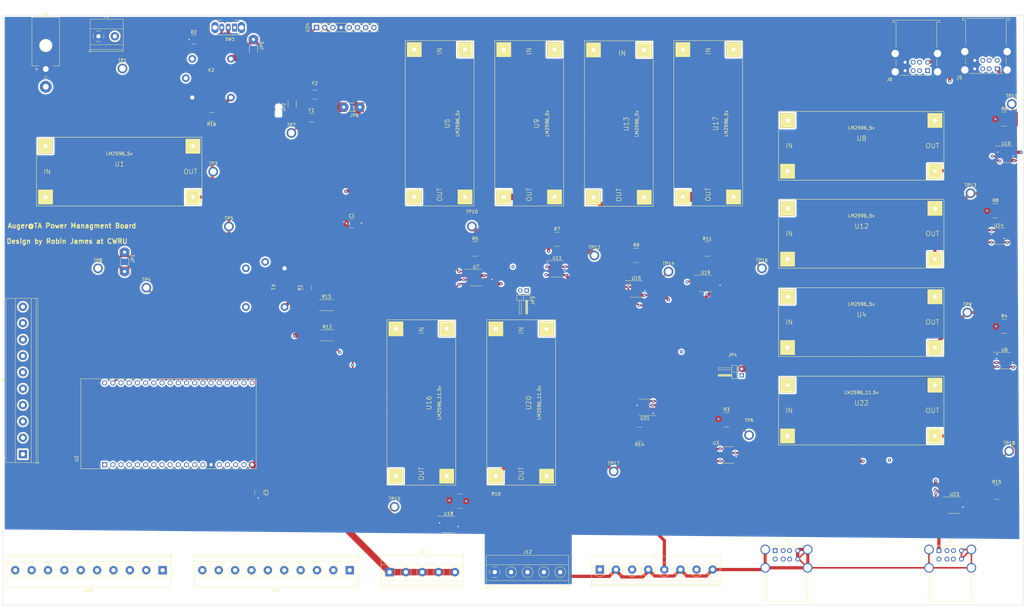
<source format=kicad_pcb>
(kicad_pcb (version 20211014) (generator pcbnew)
  (layers (0 "F.Cu" signal) (1 "In1.Cu" signal) (2 "In2.Cu" signal) (31 "B.Cu" signal) (34 "B.Paste" user) (35 "F.Paste" user) (36 "B.SilkS" user "B.Silkscreen") (37 "F.SilkS" user "F.Silkscreen") (38 "B.Mask" user) (39 "F.Mask" user) (44 "Edge.Cuts" user))
  (net 0 "")
  (net 1 "/power_conversion/pi 5v")
  (net 2 "-BATT")
  (net 3 "Net-(C2-Pad1)")
  (net 4 "Net-(F1-Pad1)")
  (net 5 "Net-(F1-Pad2)")
  (net 6 "/power_conversion/battery+")
  (net 7 "+BATT")
  (net 8 "/power_conversion/N4")
  (net 11 "/power_conversion/N3")
  (net 14 "/power_conversion/N1")
  (net 17 "/power_conversion/N2")
  (net 20 "/power_conversion/netpw")
  (net 23 "/power_conversion/pi3")
  (net 26 "/power_conversion/pi2")
  (net 29 "/power_conversion/pi1")
  (net 33 "/power_conversion/routerp")
  (net 34 "/power_conversion/spare1")
  (net 35 "/power_conversion/spare2")
  (net 36 "Net-(J8-Pad1)")
  (net 37 "Net-(J8-Pad2)")
  (net 38 "Net-(J8-Pad3)")
  (net 39 "Net-(J8-Pad4)")
  (net 40 "Net-(J8-Pad5)")
  (net 41 "Net-(J8-Pad6)")
  (net 42 "Net-(J8-Pad7)")
  (net 43 "Net-(J8-Pad8)")
  (net 44 "Net-(J8-Pad9)")
  (net 45 "Net-(J8-Pad10)")
  (net 46 "Net-(J10-Pad1)")
  (net 47 "Net-(J10-Pad2)")
  (net 48 "Net-(J10-Pad3)")
  (net 49 "Net-(J10-Pad4)")
  (net 50 "Net-(J10-Pad5)")
  (net 51 "Net-(J10-Pad6)")
  (net 52 "Net-(J10-Pad7)")
  (net 53 "Net-(J10-Pad8)")
  (net 54 "Net-(J10-Pad9)")
  (net 55 "Net-(J11-Pad1)")
  (net 56 "Net-(J11-Pad2)")
  (net 57 "Net-(J11-Pad3)")
  (net 58 "Net-(J11-Pad4)")
  (net 59 "Net-(J11-Pad5)")
  (net 60 "Net-(J11-Pad6)")
  (net 61 "Net-(J11-Pad7)")
  (net 62 "Net-(J11-Pad8)")
  (net 63 "Net-(J11-Pad9)")
  (net 64 "Net-(J11-Pad10)")
  (net 65 "Net-(JP3-Pad1)")
  (net 66 "Net-(JP4-Pad1)")
  (net 67 "Net-(K1-Pad6)")
  (net 68 "Net-(R4-Pad2)")
  (net 69 "Net-(R5-Pad2)")
  (net 70 "Net-(R6-Pad2)")
  (net 71 "Net-(R7-Pad2)")
  (net 72 "Net-(R8-Pad2)")
  (net 73 "Net-(R9-Pad2)")
  (net 74 "Net-(R10-Pad2)")
  (net 75 "Net-(R11-Pad2)")
  (net 76 "/power_conversion/SCL")
  (net 77 "/power_conversion/SDA")
  (net 78 "Net-(R14-Pad2)")
  (net 79 "Net-(R15-Pad2)")
  (net 87 "Net-(K1-Pad14)")
  (net 88 "Net-(SW1-Pad1)")
  (net 89 "Net-(JP5-Pad2)")
  (net 90 "Net-(SW1-Pad3)")
  (net 91 "Net-(K2-Pad1)")
  (footprint "Package_SO:SOIC-8_3.9x4.9mm_P1.27mm" (layer "F.Cu") (at 355.229026 108.03)
    (fp_text reference "U14")
    (fp_text value "INA219AxD")
  )
  (footprint "TerminalBlock_Phoenix:TerminalBlock_Phoenix_MKDS-1,5-10-5.08_1x10_P5.08mm_Horizontal" (layer "F.Cu") (at 95.805026 211.651 180)
    (fp_text reference "J10")
    (fp_text value "Screw_Terminal_01x10")
  )
  (footprint "TestPoint:TestPoint_Plated_Hole_D2.0mm" (layer "F.Cu") (at 277.757026 169.75)
    (fp_text reference "TP6")
    (fp_text value "TestPoint")
  )
  (footprint "cit:JUMPER_5102TR" (layer "F.Cu") (at 124 50 -90)
    (fp_text reference "JP5")
    (fp_text value "Jumper_2_Open")
  )
  (footprint "Connector_Molex:Molex_Mega-Fit_76825-0002_2x01_P5.70mm_Horizontal" (layer "F.Cu") (at 59.557026 56.175)
    (fp_text reference "J2")
    (fp_text value "76825-0002")
  )
  (footprint "lm2596:DC_DC_LM2596_small" (layer "F.Cu") (at 312.557026 80)
    (fp_text reference "U8")
    (fp_text value "LM2596_5v")
  )
  (footprint "TerminalBlock_Phoenix:TerminalBlock_Phoenix_MKDS-1,5-5-5.08_1x05_P5.08mm_Horizontal" (layer "F.Cu") (at 166.196026 212.261)
    (fp_text reference "J9")
    (fp_text value "5v block")
  )
  (footprint "Resistor_SMD:R_2816_7142Metric_Pad3.20x4.45mm_HandSolder" (layer "F.Cu") (at 354.565026 187.456)
    (fp_text reference "R15")
    (fp_text value "0.1")
  )
  (footprint "TestPoint:TestPoint_Plated_Hole_D2.0mm" (layer "F.Cu") (at 345.465026 131.706)
    (fp_text reference "TP9")
    (fp_text value "TestPoint")
  )
  (footprint "Resistor_SMD:R_2816_7142Metric_Pad3.20x4.45mm_HandSolder" (layer "F.Cu") (at 270.757026 165)
    (fp_text reference "R3")
    (fp_text value "0.1")
  )
  (footprint "Package_SO:SOIC-8_3.9x4.9mm_P1.27mm" (layer "F.Cu") (at 271.071026 175.922)
    (fp_text reference "U3")
    (fp_text value "INA219AxD")
  )
  (footprint "cit:Relay_J107F" (layer "F.Cu") (at 133.631026 118 -90)
    (fp_text reference "K1")
    (fp_text value "J107F1CS203VDC.80")
  )
  (footprint "lm2596:DC_DC_LM2596_small" (layer "F.Cu") (at 209.527692 73 -90)
    (fp_text reference "U9")
    (fp_text value "LM2596_5v")
  )
  (footprint "TestPoint:TestPoint_Plated_Hole_D2.0mm" (layer "F.Cu") (at 229.757026 114)
    (fp_text reference "TP12")
    (fp_text value "TestPoint")
  )
  (footprint "lm2596:DC_DC_LM2596_small" (layer "F.Cu") (at 312.557026 107.268)
    (fp_text reference "U12")
    (fp_text value "LM2596_5v")
  )
  (footprint "Resistor_SMD:R_2816_7142Metric_Pad3.20x4.45mm_HandSolder" (layer "F.Cu") (at 218.157026 109)
    (fp_text reference "R7")
    (fp_text value "0.1")
  )
  (footprint "Capacitor_SMD:C_1210_3225Metric_Pad1.33x2.70mm_HandSolder" (layer "F.Cu") (at 154.479026 104.006)
    (fp_text reference "C1")
    (fp_text value "0.1uF")
  )
  (footprint "Resistor_SMD:R_1210_3225Metric_Pad1.30x2.65mm_HandSolder" (layer "F.Cu") (at 140.631026 124 90)
    (fp_text reference "R1")
    (fp_text value "10k")
  )
  (footprint "lm2596:DC_DC_LM2596_small" (layer "F.Cu") (at 312.557026 134.7)
    (fp_text reference "U4")
    (fp_text value "LM2596_5v")
  )
  (footprint "TestPoint:TestPoint_Plated_Hole_D2.0mm" (layer "F.Cu") (at 135.757026 76)
    (fp_text reference "TP7")
    (fp_text value "TestPoint")
  )
  (footprint "TestPoint:TestPoint_Plated_Hole_D2.0mm" (layer "F.Cu") (at 111.5 88)
    (fp_text reference "TP3")
    (fp_text value "TestPoint")
  )
  (footprint "Resistor_SMD:R_2816_7142Metric_Pad3.20x4.45mm_HandSolder" (layer "F.Cu") (at 192.757026 112)
    (fp_text reference "R5")
    (fp_text value "0.1")
  )
  (footprint "TestPoint:TestPoint_Plated_Hole_D2.0mm" (layer "F.Cu") (at 116.379026 105.022)
    (fp_text reference "TP5")
    (fp_text value "TestPoint")
  )
  (footprint "Resistor_SMD:R_1210_3225Metric_Pad1.30x2.65mm_HandSolder" (layer "F.Cu") (at 105.45 47)
    (fp_text reference "R2")
    (fp_text value "10k")
  )
  (footprint "lm2596:DC_DC_LM2596_small" (layer "F.Cu") (at 181.757026 73 -90)
    (fp_text reference "U5")
    (fp_text value "LM2596_5v")
  )
  (footprint "TestPoint:TestPoint_Plated_Hole_D2.0mm" (layer "F.Cu") (at 281.757026 118)
    (fp_text reference "TP16")
    (fp_text value "TestPoint")
  )
  (footprint "Resistor_SMD:R_2816_7142Metric_Pad3.20x4.45mm_HandSolder" (layer "F.Cu") (at 356.947026 71.708)
    (fp_text reference "R6")
    (fp_text value "0.1")
  )
  (footprint "lm2596:DC_DC_LM2596_small" (layer "F.Cu") (at 207.057026 159.632 -90)
    (fp_text reference "U20")
    (fp_text value "LM2596_11.5v")
  )
  (footprint "Package_SO:SOIC-8_3.9x4.9mm_P1.27mm" (layer "F.Cu") (at 357.515026 82.63)
    (fp_text reference "U10")
    (fp_text value "INA219AxD")
  )
  (footprint "cit:JUMPER_5102TR" (layer "F.Cu") (at 154.3125 68 180)
    (fp_text reference "JP6")
    (fp_text value "Jumper_2_Open")
  )
  (footprint "TestPoint:TestPoint_Plated_Hole_D2.0mm" (layer "F.Cu") (at 167.757026 192)
    (fp_text reference "TP15")
    (fp_text value "TestPoint")
  )
  (footprint "TestPoint:TestPoint_Plated_Hole_D2.0mm" (layer "F.Cu") (at 83.359026 56)
    (fp_text reference "TP1")
    (fp_text value "TestPoint")
  )
  (footprint "lm2596:DC_DC_LM2596_small" (layer "F.Cu") (at 237.357026 73.1 -90)
    (fp_text reference "U13")
    (fp_text value "LM2596_5v")
  )
  (footprint "Package_SO:SOIC-8_3.9x4.9mm_P1.27mm" (layer "F.Cu") (at 242.757026 124.414)
    (fp_text reference "U15")
    (fp_text value "INA219AxD")
  )
  (footprint "cit:Relay_J107F" (layer "F.Cu") (at 105 53)
    (fp_text reference "K2")
    (fp_text value "J107F1CS203VDC.80")
  )
  (footprint "TerminalBlock_Phoenix:TerminalBlock_Phoenix_MKDS-1,5-10-5.08_1x10_P5.08mm_Horizontal" (layer "F.Cu") (at 52.462026 175.66 90)
    (fp_text reference "J8")
    (fp_text value "Screw_Terminal_01x10")
  )
  (footprint "Package_SO:SOIC-8_3.9x4.9mm_P1.27mm" (layer "F.Cu") (at 193.071026 120.89)
    (fp_text reference "U7")
    (fp_text value "INA219AxD")
  )
  (footprint "TerminalBlock_Phoenix:TerminalBlock_Phoenix_MKDS-1,5-2-5.08_1x02_P5.08mm_Horizontal" (layer "F.Cu") (at 75.912026 46.005)
    (fp_text reference "J1")
    (fp_text value "Screw_Terminal_01x02")
  )
  (footprint "TestPoint:TestPoint_Plated_Hole_D2.0mm" (layer "F.Cu") (at 235.757026 181)
    (fp_text reference "TP17")
    (fp_text value "TestPoint")
  )
  (footprint "Resistor_SMD:R_2816_7142Metric_Pad3.20x4.45mm_HandSolder" (layer "F.Cu") (at 356.947026 135.97)
    (fp_text reference "R4")
    (fp_text value "0.1")
  )
  (footprint "TestPoint:TestPoint_Plated_Hole_D2.0mm" (layer "F.Cu") (at 346.465026 94.706)
    (fp_text reference "TP13")
    (fp_text value "TestPoint")
  )
  (footprint "Resistor_SMD:R_2816_7142Metric_Pad3.20x4.45mm_HandSolder" (layer "F.Cu") (at 188.007026 190.25 180)
    (fp_text reference "R10")
    (fp_text value "0.1")
  )
  (footprint "Capacitor_SMD:C_1210_3225Metric_Pad1.33x2.70mm_HandSolder" (layer "F.Cu") (at 125.757026 187.5625 -90)
    (fp_text reference "C2")
    (fp_text value "0.1")
  )
  (footprint "Connector_USB:USB_A_Wuerth_61400826021_Horizontal_Stacked" (layer "F.Cu") (at 333.157026 56.68 180)
    (fp_text reference "J6")
    (fp_text value "USB_A_Stacked")
  )
  (footprint "Connector_PinHeader_2.00mm:PinHeader_1x02_P2.00mm_Horizontal" (layer "F.Cu") (at 208.757026 124.9 -90)
    (fp_text reference "JP3")
    (fp_text value "Jumper_2_Open")
  )
  (footprint "lm2596:DC_DC_LM2596_small" (layer "F.Cu") (at 265.069026 73 -90)
    (fp_text reference "U17")
    (fp_text value "LM2596_5v")
  )
  (footprint "Package_SO:SOIC-8_3.9x4.9mm_P1.27mm" (layer "F.Cu") (at 184.507026 197.5)
    (fp_text reference "U18")
    (fp_text value "INA219AxD")
  )
  (footprint "Resistor_SMD:R_2512_6332Metric_Pad1.40x3.35mm_HandSolder" (layer "F.Cu") (at 146.603026 129.406)
    (fp_text reference "R13")
    (fp_text value "3.3K")
  )
  (footprint "Connector_USB:USB_A_Wuerth_61400826021_Horizontal_Stacked" (layer "F.Cu") (at 336.653026 205.584)
    (fp_text reference "J3")
    (fp_text value "USB_A_Stacked")
  )
  (footprint "Resistor_SMD:R_2816_7142Metric_Pad3.20x4.45mm_HandSolder" (layer "F.Cu") (at 354.213026 100.156)
    (fp_text reference "R8")
    (fp_text value "0.1")
  )
  (footprint "Package_SO:SOIC-8_3.9x4.9mm_P1.27mm" (layer "F.Cu") (at 264.249026 122.668)
    (fp_text reference "U19")
    (fp_text value "INA219AxD")
  )
  (footprint "Resistor_SMD:R_2816_7142Metric_Pad3.20x4.45mm_HandSolder" (layer "F.Cu") (at 243.757026 169.5 180)
    (fp_text reference "R14")
    (fp_text value "0.1")
  )
  (footprint "Package_SO:SOIC-8_3.9x4.9mm_P1.27mm" (layer "F.Cu") (at 357.007026 146.638)
    (fp_text reference "U6")
    (fp_text value "INA219AxD")
  )
  (footprint "Connector_USB:USB_A_Wuerth_61400826021_Horizontal_Stacked" (layer "F.Cu") (at 354.757026 56.098 180)
    (fp_text reference "J5")
    (fp_text value "USB_A_Stacked")
  )
  (footprint "Button_Switch_THT:SW_CuK_OS102011MA1QN1_SPDT_Angled" (layer "F.Cu") (at 118.157026 43.3 180)
    (fp_text reference "SW1")
    (fp_text value "SW_SPDT")
  )
  (footprint "TestPoint:TestPoint_Plated_Hole_D2.0mm" (layer "F.Cu") (at 358.465026 174.706)
    (fp_text reference "TP18")
    (fp_text value "TestPoint")
  )
  (footprint "Connector_PinHeader_2.00mm:PinHeader_1x02_P2.00mm_Horizontal" (layer "F.Cu") (at 275.457026 151.2 180)
    (fp_text reference "JP4")
    (fp_text value "Jumper_2_Open")
  )
  (footprint "Resistor_SMD:R_2512_6332Metric_Pad1.40x3.35mm_HandSolder" (layer "F.Cu") (at 146.859026 138.804)
    (fp_text reference "R12")
    (fp_text value "3.3K")
  )
  (footprint "Package_SO:SOIC-8_3.9x4.9mm_P1.27mm" (layer "F.Cu") (at 218.217026 118.144)
    (fp_text reference "U11")
    (fp_text value "INA219AxD")
  )
  (footprint "Connector_PinSocket_2.54mm:PinSocket_1x08_P2.54mm_Vertical" (layer "F.Cu") (at 143.557026 43.3 90)
    (fp_text reference "U24")
    (fp_text value "MCP9808_MSOP")
  )
  (footprint "TerminalBlock_Phoenix:TerminalBlock_Phoenix_MKDS-1,5-5-5.08_1x05_P5.08mm_Horizontal" (layer "F.Cu") (at 198.851526 212.261)
    (fp_text reference "J12")
    (fp_text value "gnd block")
  )
  (footprint "Resistor_SMD:R_1210_3225Metric_Pad1.30x2.65mm_HandSolder" (layer "F.Cu") (at 111 71 180)
    (fp_text reference "R16")
    (fp_text value "10k")
  )
  (footprint "Resistor_SMD:R_1210_3225Metric_Pad1.30x2.65mm_HandSolder" (layer "F.Cu") (at 142.033026 71.24)
    (fp_text reference "F1")
    (fp_text value "1210L900SLPR")
  )
  (footprint "libary:MODULE_ESP32-DEVKITC-32D" (layer "F.Cu") (at 97.583026 166.236 90)
    (fp_text reference "U2")
    (fp_text value "ESP32-DEVKITC-32D")
  )
  (footprint "Resistor_SMD:R_2816_7142Metric_Pad3.20x4.45mm_HandSolder" (layer "F.Cu") (at 242.757026 114)
    (fp_text reference "R9")
    (fp_text value "0.1")
  )
  (footprint "Resistor_SMD:R_1210_3225Metric_Pad1.30x2.65mm_HandSolder" (layer "F.Cu") (at 143.049026 64.128)
    (fp_text reference "F2")
    (fp_text value "1210L900SLPR")
  )
  (footprint "cit:JUMPER_5102TR" (layer "F.Cu") (at 136 67 90)
    (fp_text reference "JP2")
    (fp_text value "Jumper_2_Open")
  )
  (footprint "Package_SO:SOIC-8_3.9x4.9mm_P1.27mm" (layer "F.Cu") (at 245.475026 161.118 180)
    (fp_text reference "U21")
    (fp_text value "INA219AxD")
  )
  (footprint "lm2596:DC_DC_LM2596_small" (layer "F.Cu") (at 312.557026 162.132)
    (fp_text reference "U22")
    (fp_text value "LM2596_11.5v")
  )
  (footprint "TestPoint:TestPoint_Plated_Hole_D2.0mm" (layer "F.Cu") (at 191.757026 105)
    (fp_text reference "TP10")
    (fp_text value "TestPoint")
  )
  (footprint "Connector_USB:USB_A_Wuerth_61400826021_Horizontal_Stacked" (layer "F.Cu") (at 285.853026 205.584)
    (fp_text reference "J4")
    (fp_text value "USB_A_Stacked")
  )
  (footprint "Resistor_SMD:R_2816_7142Metric_Pad3.20x4.45mm_HandSolder" (layer "F.Cu") (at 264.757026 112)
    (fp_text reference "R11")
    (fp_text value "0.1")
  )
  (footprint "TerminalBlock_Phoenix:TerminalBlock_Phoenix_MKDS-1,5-10-5.08_1x10_P5.08mm_Horizontal" (layer "F.Cu") (at 153.860526 211.651 180)
    (fp_text reference "J11")
    (fp_text value "Screw_Terminal_01x10")
  )
  (footprint "lm2596:DC_DC_LM2596_small" (layer "F.Cu") (at 176.069026 159.632 -90)
    (fp_text reference "U16")
    (fp_text value "LM2596_11.5v")
  )
  (footprint "TestPoint:TestPoint_Plated_Hole_D2.0mm" (layer "F.Cu") (at 75.757026 118)
    (fp_text reference "TP8")
    (fp_text value "TestPoint")
  )
  (footprint "cit:JUMPER_5102TR" (layer "F.Cu") (at 84 116 -90)
    (fp_text reference "JP1")
    (fp_text value "Jumper_2_Open")
  )
  (footprint "lm2596:DC_DC_LM2596_small" (layer "F.Cu") (at 82.343026 88.004)
    (fp_text reference "U1")
    (fp_text value "LM2596_5v")
  )
  (footprint "TestPoint:TestPoint_Plated_Hole_D2.0mm" (layer "F.Cu") (at 252.757026 119)
    (fp_text reference "TP14")
    (fp_text value "TestPoint")
  )
  (footprint "TestPoint:TestPoint_Plated_Hole_D2.0mm" (layer "F.Cu") (at 90.757026 124)
    (fp_text reference "TP4")
    (fp_text value "TestPoint")
  )
  (footprint "TestPoint:TestPoint_Plated_Hole_D2.0mm" (layer "F.Cu") (at 359.257026 67)
    (fp_text reference "TP11")
    (fp_text value "TestPoint")
  )
  (footprint "TerminalBlock_Phoenix:TerminalBlock_Phoenix_PT-1,5-8-5.0-H_1x08_P5.00mm_Horizontal" (layer "F.Cu") (at 231.467026 211.456)
    (fp_text reference "J7")
    (fp_text value "Screw_Terminal_01x08")
  )
  (footprint "Package_SO:SOIC-8_3.9x4.9mm_P1.27mm" (layer "F.Cu") (at 341.457026 191.5)
    (fp_text reference "U23")
    (fp_text value "INA219AxD")
  )
  (gr_rect (start 46.307026 222.5) (end 363.007026 39.5) (layer "Edge.Cuts") (width 0.1) (fill none))
  (gr_text "Design by Robin James at CWRU\n" (at 66.157026 109.6) (layer "F.SilkS") (effects (font (size 1.5 1.5) (thickness 0.3))))
  (gr_text "Auger@TA Power Managment Board" (at 67.657026 104.8) (layer "F.SilkS") (effects (font (size 1.5 1.5) (thickness 0.3))))
  (segment (start 143.553026 129.406) (end 143.553026 138.548) (width 1.5) (layer "F.Cu") (net 1))
  (segment (start 268.596026 175.287) (end 269.502428 175.287) (width 0.5) (layer "F.Cu") (net 1))
  (segment (start 358.315506 82.80648) (end 358.315506 83.766882) (width 1) (layer "F.Cu") (net 1))
  (segment (start 336.546428 185.297) (end 339.086428 187.837) (width 1) (layer "F.Cu") (net 1))
  (segment (start 338.982026 190.865) (end 340.485624 190.865) (width 1) (layer "F.Cu") (net 1))
  (segment (start 143.553026 129.406) (end 143.553026 113.3695) (width 1.5) (layer "F.Cu") (net 1))
  (segment (start 264.257026 180) (end 271.373026 180) (width 1) (layer "F.Cu") (net 1))
  (segment (start 181.255 120.255) (end 155 94) (width 1) (layer "F.Cu") (net 1))
  (segment (start 190.596026 120.255) (end 192.422026 120.255) (width 1) (layer "F.Cu") (net 1))
  (segment (start 335.640026 185.297) (end 336.546428 185.297) (width 1) (layer "F.Cu") (net 1))
  (segment (start 191.967026 120.46) (end 194.507026 123) (width 1) (layer "F.Cu") (net 1))
  (segment (start 240.282026 122.509) (end 241.188428 122.509) (width 1) (layer "F.Cu") (net 1))
  (segment (start 243.000026 159.213) (end 243.906428 159.213) (width 1) (layer "F.Cu") (net 1))
  (segment (start 195.257026 196.75) (end 192.602026 199.405) (width 1) (layer "F.Cu") (net 1))
  (segment (start 190.596026 120.255) (end 181.255 120.255) (width 1) (layer "F.Cu") (net 1))
  (segment (start 244.325624 126.319) (end 245.232026 126.319) (width 1) (layer "F.Cu") (net 1))
  (segment (start 264.007026 167.251598) (end 264.007026 179.75) (width 1) (layer "F.Cu") (net 1))
  (segment (start 255.754026 161.753) (end 257.757026 163.756) (width 1) (layer "F.Cu") (net 1))
  (segment (start 243.000026 159.213) (end 243.000026 148.297) (width 1) (layer "F.Cu") (net 1))
  (segment (start 192.602026 199.405) (end 186.982026 199.405) (width 1) (layer "F.Cu") (net 1))
  (segment (start 143.553026 113.3695) (end 152.839776 104.08275) (width 1.5) (layer "F.Cu") (net 1))
  (segment (start 335.640026 185.297) (end 335.640026 184.031) (width 1) (layer "F.Cu") (net 1))
  (segment (start 136.953026 138.804) (end 136.757026 139) (width 0.5) (layer "F.Cu") (net 1))
  (segment (start 247.950026 161.753) (end 255.754026 161.753) (width 1) (layer "F.Cu") (net 1))
  (segment (start 338.982026 189.595) (end 338.982026 187.941402) (width 1) (layer "F.Cu") (net 1))
  (segment (start 359.083624 84.535) (end 359.990026 84.535) (width 1) (layer "F.Cu") (net 1))
  (segment (start 195.257026 166) (end 195.257026 196.75) (width 1) (layer "F.Cu") (net 1))
  (segment (start 195.546026 122.795) (end 200.852026 122.795) (width 1) (layer "F.Cu") (net 1))
  (segment (start 260.511428 163.756) (end 264.007026 167.251598) (width 1) (layer "F.Cu") (net 1))
  (segment (start 257.757026 163.756) (end 260.511428 163.756) (width 1) (layer "F.Cu") (net 1))
  (segment (start 202.044026 159.213) (end 195.257026 166) (width 1) (layer "F.Cu") (net 1))
  (segment (start 223.266026 122.509) (end 221.007026 120.25) (width 1) (layer "F.Cu") (net 1))
  (segment (start 240.282026 122.509) (end 223.266026 122.509) (width 1) (layer "F.Cu") (net 1))
  (segment (start 358.315506 83.766882) (end 359.083624 84.535) (width 1) (layer "F.Cu") (net 1))
  (segment (start 356.234026 80.725) (end 358.315506 82.80648) (width 1) (layer "F.Cu") (net 1))
  (segment (start 243.557506 124.878078) (end 243.557506 125.550882) (width 1) (layer "F.Cu") (net 1))
  (segment (start 243.000026 148.297) (end 266.724026 124.573) (width 1) (layer "F.Cu") (net 1))
  (segment (start 152.839776 104.08275) (end 152.916526 104.006) (width 0.5) (layer "F.Cu") (net 1))
  (segment (start 335.640026 184.031) (end 335.715026 183.956) (width 1) (layer "F.Cu") (net 1))
  (segment (start 241.188428 122.509) (end 243.557506 124.878078) (width 1) (layer "F.Cu") (net 1))
  (segment (start 243.557506 125.550882) (end 244.325624 126.319) (width 1) (layer "F.Cu") (net 1))
  (segment (start 338.982026 190.865) (end 338.982026 189.595) (width 1) (layer "F.Cu") (net 1))
  (segment (start 243.906428 159.213) (end 246.446428 161.753) (width 1) (layer "F.Cu") (net 1))
  (segment (start 194.962026 122.795) (end 195.546026 122.795) (width 0.5) (layer "F.Cu") (net 1))
  (segment (start 340.485624 190.865) (end 343.025624 193.405) (width 1) (layer "F.Cu") (net 1))
  (segment (start 338.982026 187.941402) (end 339.086428 187.837) (width 1) (layer "F.Cu") (net 1))
  (segment (start 152.757026 94) (end 152.632515 94.124511) (width 0.5) (layer "F.Cu") (net 1))
  (segment (start 243.000026 159.213) (end 202.044026 159.213) (width 1) (layer "F.Cu") (net 1))
  (segment (start 343.025624 193.405) (end 343.932026 193.405) (width 1) (layer "F.Cu") (net 1))
  (segment (start 143.553026 138.548) (end 143.809026 138.804) (width 0.5) (layer "F.Cu") (net 1))
  (segment (start 246.446428 161.753) (end 247.950026 161.753) (width 1) (layer "F.Cu") (net 1))
  (segment (start 269.502428 175.287) (end 271.373026 177.157598) (width 0.5) (layer "F.Cu") (net 1))
  (segment (start 271.373026 180) (end 273.546026 177.827) (width 1) (layer "F.Cu") (net 1))
  (segment (start 264.007026 179.75) (end 264.257026 180) (width 1) (layer "F.Cu") (net 1))
  (segment (start 355.040026 80.725) (end 356.234026 80.725) (width 1) (layer "F.Cu") (net 1))
  (segment (start 273.546026 177.827) (end 313.130026 177.827) (width 1) (layer "F.Cu") (net 1))
  (segment (start 271.373026 177.157598) (end 271.373026 180) (width 0.5) (layer "F.Cu") (net 1))
  (segment (start 155 94) (end 152.757026 94) (width 1) (layer "F.Cu") (net 1))
  (segment (start 143.809026 138.804) (end 136.953026 138.804) (width 1.5) (layer "F.Cu") (net 1))
  (via (at 264.657026 126.2) (size 1) (drill 0.4) (layers "F.Cu" "B.Cu") (net 1))
  (via (at 136.757026 139) (size 1) (drill 0.4) (layers "F.Cu" "B.Cu") (net 1))
  (via (at 359.715026 148.706) (size 1) (drill 0.4) (layers "F.Cu" "B.Cu") (net 1))
  (via (at 321.292026 177.533) (size 1) (drill 0.4) (layers "F.Cu" "B.Cu") (net 1))
  (via (at 335.715026 183.956) (size 1) (drill 0.4) (layers "F.Cu" "B.Cu") (net 1))
  (via (at 313.130026 177.827) (size 1) (drill 0.4) (layers "F.Cu" "B.Cu") (net 1))
  (via (at 152.632515 94.124511) (size 1) (drill 0.4) (layers "F.Cu" "B.Cu") (net 1))
  (via (at 245.232026 126.319) (size 1) (drill 0.4) (layers "F.Cu" "B.Cu") (net 1))
  (via (at 359.965026 84.706) (size 1) (drill 0.4) (layers "F.Cu" "B.Cu") (net 1))
  (via (at 357.840026 110.081) (size 1) (drill 0.4) (layers "F.Cu" "B.Cu") (net 1))
  (via (at 152.839776 104.08275) (size 1) (drill 0.4) (layers "F.Cu" "B.Cu") (net 1))
  (via (at 221.007026 120.25) (size 1) (drill 0.4) (layers "F.Cu" "B.Cu") (net 1))
  (via (at 200.852026 122.795) (size 1) (drill 0.4) (layers "F.Cu" "B.Cu") (net 1))
  (segment (start 292.853026 205.584) (end 292.853026 208.204) (width 1) (layer "F.Cu") (net 2))
  (segment (start 268.757026 123.25) (end 266.777026 123.25) (width 0.5) (layer "F.Cu") (net 2))
  (segment (start 282.783026 210.914) (end 295.923026 210.914) (width 1) (layer "F.Cu") (net 2))
  (segment (start 254.467515 213.455511) (end 256.467026 211.456) (width 1) (layer "F.Cu") (net 2))
  (segment (start 234.362026 213.561) (end 236.467026 211.456) (width 1) (layer "F.Cu") (net 2))
  (segment (start 106 71) (end 109.45 71) (width 1) (layer "F.Cu") (net 2))
  (segment (start 343.653026 205.584) (end 343.653026 208.204) (width 0.5) (layer "F.Cu") (net 2))
  (segment (start 195.546026 121.525) (end 198.007026 121.5) (width 1) (layer "F.Cu") (net 2))
  (segment (start 357.413026 108.956) (end 357.704026 108.665) (width 0.5) (layer "F.Cu") (net 2))
  (segment (start 266.467026 211.456) (end 282.241026 211.456) (width 1) (layer "F.Cu") (net 2))
  (segment (start 292.853026 208.204) (end 292.953026 208.204) (width 0.5) (layer "F.Cu") (net 2))
  (segment (start 246.467026 211.456) (end 248.466537 213.455511) (width 1) (layer "F.Cu") (net 2))
  (segment (start 238.216537 213.75) (end 244.717515 213.75) (width 1) (layer "F.Cu") (net 2))
  (segment (start 292.953026 208.204) (end 295.923026 205.234) (width 0.5) (layer "F.Cu") (net 2))
  (segment (start 140.631026 122.45) (end 138.081026 122.45) (width 1) (layer "F.Cu") (net 2))
  (segment (start 356.965026 108.956) (end 357.413026 108.956) (width 0.5) (layer "F.Cu") (net 2))
  (segment (start 138.081026 122.45) (end 133.631026 118) (width 1) (layer "F.Cu") (net 2))
  (segment (start 295.923026 210.914) (end 295.923026 205.234) (width 1) (layer "F.Cu") (net 2))
  (segment (start 106 71) (end 105 70) (width 1) (layer "F.Cu") (net 2))
  (segment (start 344.003026 205.234) (end 346.723026 205.234) (width 0.5) (layer "F.Cu") (net 2))
  (segment (start 245.007026 213.5) (end 246.756537 211.750489) (width 1) (layer "F.Cu") (net 2))
  (segment (start 344.003026 205.234) (end 343.653026 205.584) (width 0.5) (layer "F.Cu") (net 2))
  (segment (start 333.583026 210.914) (end 333.583026 205.234) (width 0.5) (layer "F.Cu") (net 2))
  (segment (start 256.467026 211.456) (end 258.466537 213.455511) (width 1) (layer "F.Cu") (net 2))
  (segment (start 293.203026 205.234) (end 292.853026 205.584) (width 1) (layer "F.Cu") (net 2))
  (segment (start 282.241026 211.456) (end 282.783026 210.914) (width 1) (layer "F.Cu") (net 2))
  (segment (start 105 70) (end 105 65) (width 1) (layer "F.Cu") (net 2))
  (segment (start 346.723026 210.914) (end 346.723026 205.234) (width 0.5) (layer "F.Cu") (net 2))
  (segment (start 282.783026 210.914) (end 282.783026 205.234) (width 1) (layer "F.Cu") (net 2))
  (segment (start 264.467515 213.455511) (end 266.467026 211.456) (width 1) (layer "F.Cu") (net 2))
  (segment (start 295.923026 205.234) (end 293.203026 205.234) (width 1) (layer "F.Cu") (net 2))
  (segment (start 292.853026 208.204) (end 293.213026 208.204) (width 0.5) (layer "F.Cu") (net 2))
  (segment (start 333.583026 210.914) (end 346.723026 210.914) (width 0.5) (layer "F.Cu") (net 2))
  (segment (start 220.471526 213.561) (end 234.362026 213.561) (width 1) (layer "F.Cu") (net 2))
  (segment (start 295.923026 210.914) (end 333.583026 210.914) (width 0.5) (layer "F.Cu") (net 2))
  (segment (start 266.777026 123.25) (end 266.724026 123.303) (width 0.5) (layer "F.Cu") (net 2))
  (segment (start 258.466537 213.455511) (end 264.467515 213.455511) (width 1) (layer "F.Cu") (net 2))
  (segment (start 346.623026 205.234) (end 343.653026 208.204) (width 0.5) (layer "F.Cu") (net 2))
  (segment (start 219.171526 212.261) (end 220.471526 213.561) (width 1) (layer "F.Cu") (net 2))
  (segment (start 236.467026 211.750489) (end 238.216537 213.5) (width 1) (layer "F.Cu") (net 2))
  (segment (start 293.213026 208.204) (end 295.923026 210.914) (width 0.5) (layer "F.Cu") (net 2))
  (segment (start 248.466537 213.455511) (end 254.467515 213.455511) (width 1) (layer "F.Cu") (net 2))
  (via (at 359.465026 147.206) (size 1) (drill 0.4) (layers "F.Cu" "B.Cu") (net 2))
  (via (at 215.257026 116.25) (size 1) (drill 0.4) (layers "F.Cu" "B.Cu") (net 2))
  (via (at 245.507026 125) (size 1) (drill 0.4) (layers "F.Cu" "B.Cu") (net 2))
  (via (at 104 47) (size 1) (drill 0.4) (layers "F.Cu" "B.Cu") (net 2))
  (via (at 181.757026 197) (size 1) (drill 0.4) (layers "F.Cu" "B.Cu") (net 2))
  (via (at 356.965026 108.706) (size 1) (drill 0.4) (layers "F.Cu" "B.Cu") (net 2))
  (via (at 268.757026 123.25) (size 1) (drill 0.4) (layers "F.Cu" "B.Cu") (net 2))
  (via (at 359.715026 83.206) (size 1) (drill 0.4) (layers "F.Cu" "B.Cu") (net 2))
  (via (at 354.965026 81.956) (size 1) (drill 0.4) (layers "F.Cu" "B.Cu") (net 2))
  (via (at 125.507026 189.25) (size 1) (drill 0.4) (layers "F.Cu" "B.Cu") (net 2))
  (via (at 354.715026 144.706) (size 1) (drill 0.4) (layers "F.Cu" "B.Cu") (net 2))
  (via (at 354.465026 145.956) (size 1) (drill 0.4) (layers "F.Cu" "B.Cu") (net 2))
  (via (at 220.507026 118.75) (size 1) (drill 0.4) (layers "F.Cu" "B.Cu") (net 2))
  (via (at 352.965026 107.456) (size 1) (drill 0.4) (layers "F.Cu" "B.Cu") (net 2))
  (via (at 248.007026 163) (size 1) (drill 0.4) (layers "F.Cu" "B.Cu") (net 2))
  (via (at 243.007026 160.5) (size 1) (drill 0.4) (layers "F.Cu" "B.Cu") (net 2))
  (via (at 157.5 104) (size 1) (drill 0.4) (layers "F.Cu" "B.Cu") (net 2))
  (via (at 273.757026 176.5) (size 1) (drill 0.4) (layers "F.Cu" "B.Cu") (net 2))
  (via (at 198.007026 121.5) (size 1) (drill 0.4) (layers "F.Cu" "B.Cu") (net 2))
  (via (at 344.157026 192.1) (size 1) (drill 0.4) (layers "F.Cu" "B.Cu") (net 2))
  (via (at 187.507026 198.1) (size 1) (drill 0.4) (layers "F.Cu" "B.Cu") (net 2))
  (segment (start 325.693026 53.948) (end 322.983026 51.238) (width 0.5) (layer "B.Cu") (net 2))
  (segment (start 344.613026 56.918) (end 345.195026 56.336) (width 0.5) (layer "B.Cu") (net 2))
  (segment (start 347.915026 56.336) (end 348.265026 55.986) (width 0.5) (layer "B.Cu") (net 2))
  (segment (start 336.123026 51.238) (end 322.983026 51.238) (width 0.5) (layer "B.Cu") (net 2))
  (segment (start 348.265026 55.986) (end 348.265026 53.366) (width 0.5) (layer "B.Cu") (net 2))
  (segment (start 345.195026 56.336) (end 345.195026 50.656) (width 0.5) (layer "B.Cu") (net 2))
  (segment (start 322.983026 56.918) (end 325.703026 56.918) (width 0.5) (layer "B.Cu") (net 2))
  (segment (start 336.123026 51.238) (end 336.123026 56.918) (width 0.5) (layer "B.Cu") (net 2))
  (segment (start 322.983026 51.238) (end 322.983026 56.918) (width 0.5) (layer "B.Cu") (net 2))
  (segment (start 345.195026 50.656) (end 358.335026 50.656) (width 0.5) (layer "B.Cu") (net 2))
  (segment (start 347.905026 53.366) (end 345.195026 50.656) (width 0.5) (layer "B.Cu") (net 2))
  (segment (start 358.335026 50.656) (end 358.335026 56.336) (width 0.5) (layer "B.Cu") (net 2))
  (segment (start 336.705026 50.656) (end 336.123026 51.238) (width 0.5) (layer "B.Cu") (net 2))
  (segment (start 345.195026 50.656) (end 336.705026 50.656) (width 0.5) (layer "B.Cu") (net 2))
  (segment (start 326.053026 53.948) (end 326.053026 56.568) (width 0.5) (layer "B.Cu") (net 2))
  (segment (start 326.053026 53.948) (end 325.693026 53.948) (width 0.5) (layer "B.Cu") (net 2))
  (segment (start 336.123026 56.918) (end 344.613026 56.918) (width 1) (layer "B.Cu") (net 2))
  (segment (start 325.703026 56.918) (end 326.053026 56.568) (width 0.5) (layer "B.Cu") (net 2))
  (segment (start 345.195026 56.336) (end 347.915026 56.336) (width 0.5) (layer "B.Cu") (net 2))
  (segment (start 348.265026 53.366) (end 347.905026 53.366) (width 0.5) (layer "B.Cu") (net 2))
  (segment (start 139.435026 185.5) (end 166.196026 212.261) (width 2) (layer "F.Cu") (net 3))
  (segment (start 166.196026 212.261) (end 171.276026 212.261) (width 2) (layer "F.Cu") (net 3))
  (segment (start 87.307026 145) (end 94.373515 152.066489) (width 1) (layer "F.Cu") (net 3))
  (segment (start 125.757026 185.5) (end 139.435026 185.5) (width 2) (layer "F.Cu") (net 3))
  (segment (start 94.383515 152.056489) (end 124.813515 152.056489) (width 1) (layer "F.Cu") (net 3))
  (segment (start 124.813515 152.056489) (end 125.022537 152.265511) (width 1) (layer "F.Cu") (net 3))
  (segment (start 116.379026 99.172) (end 111.757026 94.55) (width 1) (layer "F.Cu") (net 3))
  (segment (start 111.20048 50.79952) (end 116.157026 45.842974) (width 1) (layer "F.Cu") (net 3))
  (segment (start 87.307026 145) (end 116.379026 115.928) (width 1) (layer "F.Cu") (net 3))
  (segment (start 125.757026 185.5) (end 125.757026 186) (width 1) (layer "F.Cu") (net 3))
  (segment (start 116.157026 45.842974) (end 116.157026 43.3) (width 1) (layer "F.Cu") (net 3))
  (segment (start 94.373515 152.066489) (end 94.383515 152.056489) (width 1) (layer "F.Cu") (net 3))
  (segment (start 111.757026 94.55) (end 110.429026 95.878) (width 1) (layer "F.Cu") (net 3))
  (segment (start 111.757026 94.55) (end 111.20048 93.993454) (width 1) (layer "F.Cu") (net 3))
  (segment (start 125.757026 181.15) (end 125.757026 185.5) (width 2) (layer "F.Cu") (net 3))
  (segment (start 171.276026 212.261) (end 186.516026 212.261) (width 2) (layer "F.Cu") (net 3))
  (segment (start 116.157026 43.3) (end 116.157026 46.6) (width 0.5) (layer "F.Cu") (net 3))
  (segment (start 125.022537 177.456489) (end 123.543026 178.936) (width 1) (layer "F.Cu") (net 3))
  (segment (start 123.543026 178.936) (end 125.757026 181.15) (width 2) (layer "F.Cu") (net 3))
  (segment (start 111.20048 93.993454) (end 111.20048 50.79952) (width 1) (layer "F.Cu") (net 3))
  (segment (start 116.379026 105.022) (end 116.379026 99.172) (width 1) (layer "F.Cu") (net 3))
  (segment (start 116.157026 46.6) (end 111.042026 51.715) (width 0.5) (layer "F.Cu") (net 3))
  (segment (start 110.429026 95.878) (end 105.203026 95.878) (width 1) (layer "F.Cu") (net 3))
  (segment (start 116.379026 115.928) (end 116.379026 105.022) (width 1) (layer "F.Cu") (net 3))
  (segment (start 125.022537 152.265511) (end 125.022537 177.456489) (width 1) (layer "F.Cu") (net 3))
  (segment (start 140.483026 71.274) (end 135.757026 76) (width 0.5) (layer "F.Cu") (net 4))
  (segment (start 138 72) (end 135.92 69.92) (width 2) (layer "F.Cu") (net 4))
  (segment (start 139.723026 72) (end 140.483026 71.24) (width 2) (layer "F.Cu") (net 4))
  (segment (start 138 72) (end 139.723026 72) (width 2) (layer "F.Cu") (net 4))
  (segment (start 154.685742 71.314258) (end 143.657284 71.314258) (width 1.5) (layer "F.Cu") (net 5))
  (segment (start 155.757026 67.033) (end 155.757026 68.611484) (width 1) (layer "F.Cu") (net 5))
  (segment (start 273.357026 165) (end 273.357026 165.35) (width 0.5) (layer "F.Cu") (net 5))
  (segment (start 282.457026 155.9) (end 273.357026 165) (width 2) (layer "F.Cu") (net 5))
  (segment (start 143.657284 71.314258) (end 143.583026 71.24) (width 1.5) (layer "F.Cu") (net 5))
  (segment (start 282.457026 155.9) (end 282.457026 154.450978) (width 2) (layer "F.Cu") (net 5))
  (segment (start 152.852026 64.128) (end 144.599026 64.128) (width 1.5) (layer "F.Cu") (net 5))
  (segment (start 155.757026 67.033) (end 152.852026 64.128) (width 1.5) (layer "F.Cu") (net 5))
  (segment (start 273.357026 165.35) (end 277.757026 169.75) (width 0.5) (layer "F.Cu") (net 5))
  (segment (start 282.457026 154.450978) (end 277.206048 149.2) (width 2) (layer "F.Cu") (net 5))
  (segment (start 157.314258 68.685742) (end 154.685742 71.314258) (width 1.5) (layer "F.Cu") (net 5))
  (segment (start 273.357026 165) (end 273.357026 173.65) (width 0.5) (layer "F.Cu") (net 5))
  (segment (start 277.206048 149.2) (end 275.457026 149.2) (width 2) (layer "F.Cu") (net 5))
  (via (at 157 68) (size 3) (drill 1) (layers "F.Cu" "B.Cu") (net 5))
  (segment (start 138.885026 64.128) (end 135.629026 64.128) (width 2) (layer "F.Cu") (net 6))
  (segment (start 142.965026 68.208) (end 143.173026 68) (width 2) (layer "F.Cu") (net 6))
  (segment (start 143.173026 68) (end 151.625 68) (width 2) (layer "F.Cu") (net 6))
  (segment (start 142.965026 68.208) (end 138.885026 64.128) (width 2) (layer "F.Cu") (net 6))
  (segment (start 141.499026 64.128) (end 138.885026 64.128) (width 2) (layer "F.Cu") (net 6))
  (via (at 84 119) (size 3) (drill 1) (layers "F.Cu" "B.Cu") (net 6))
  (via (at 152 68) (size 3) (drill 1) (layers "F.Cu" "B.Cu") (net 6))
  (via (at 124 47) (size 3) (drill 1) (layers "F.Cu" "B.Cu") (net 7))
  (segment (start 266.724026 122.033) (end 264.624026 122.033) (width 1) (layer "F.Cu") (net 8))
  (segment (start 262.175875 118) (end 262.157026 118.018849) (width 1) (layer "F.Cu") (net 8))
  (segment (start 322.459605 191) (end 330.859605 199.4) (width 1) (layer "F.Cu") (net 8))
  (segment (start 264.624026 122.033) (end 264.057026 121.466) (width 1) (layer "F.Cu") (net 8))
  (segment (start 264.057026 118) (end 262.175875 118) (width 1) (layer "F.Cu") (net 8))
  (segment (start 334.757026 199.4) (end 336.653026 201.296) (width 1) (layer "F.Cu") (net 8))
  (segment (start 330.859605 199.4) (end 334.757026 199.4) (width 1) (layer "F.Cu") (net 8))
  (segment (start 275.127048 122.033) (end 319.557026 166.462978) (width 1) (layer "F.Cu") (net 8))
  (segment (start 319.557026 191) (end 322.459605 191) (width 1) (layer "F.Cu") (net 8))
  (segment (start 336.653026 201.296) (end 336.653026 205.584) (width 1) (layer "F.Cu") (net 8))
  (segment (start 319.557026 166.462978) (end 319.557026 191) (width 1) (layer "F.Cu") (net 8))
  (segment (start 266.724026 122.033) (end 275.127048 122.033) (width 1) (layer "F.Cu") (net 8))
  (segment (start 262.157026 112) (end 262.157026 118.018849) (width 1) (layer "F.Cu") (net 8))
  (segment (start 264.057026 121.466) (end 264.057026 118) (width 1) (layer "F.Cu") (net 8))
  (segment (start 245.261026 123.75) (end 248.757026 123.75) (width 1) (layer "F.Cu") (net 11))
  (segment (start 248.757026 123.75) (end 252.757026 127.75) (width 1) (layer "F.Cu") (net 11))
  (segment (start 245.232026 123.779) (end 245.261026 123.75) (width 1) (layer "F.Cu") (net 11))
  (segment (start 240.157026 114) (end 240.157026 119.78122) (width 1) (layer "F.Cu") (net 11))
  (segment (start 244.154806 123.779) (end 245.232026 123.779) (width 1) (layer "F.Cu") (net 11))
  (segment (start 240.157026 119.78122) (end 244.154806 123.779) (width 1) (layer "F.Cu") (net 11))
  (via (at 256.757026 143.9) (size 1) (drill 0.4) (layers "F.Cu" "B.Cu") (net 11))
  (via (at 252.757026 127.75) (size 1) (drill 0.4) (layers "F.Cu" "B.Cu") (net 11))
  (segment (start 193.621506 119.590436) (end 194.28607 120.255) (width 1) (layer "F.Cu") (net 14))
  (segment (start 190.157026 112) (end 190.157026 115.418849) (width 1) (layer "F.Cu") (net 14))
  (segment (start 190.157026 115.418849) (end 193.621506 118.883329) (width 1) (layer "F.Cu") (net 14))
  (segment (start 193.621506 118.883329) (end 193.621506 119.590436) (width 1) (layer "F.Cu") (net 14))
  (segment (start 194.28607 120.255) (end 195.546026 120.255) (width 1) (layer "F.Cu") (net 14))
  (via (at 195.546026 120.255) (size 1) (drill 0.4) (layers "F.Cu" "B.Cu") (net 14))
  (segment (start 215.557026 109) (end 215.557026 112.7) (width 1) (layer "F.Cu") (net 17))
  (via (at 215.557026 112.7) (size 1) (drill 0.4) (layers "F.Cu" "B.Cu") (net 17))
  (via (at 220.692026 117.509) (size 1) (drill 0.4) (layers "F.Cu" "B.Cu") (net 17))
  (segment (start 190.607026 196.4) (end 190.142026 196.865) (width 1) (layer "F.Cu") (net 20))
  (segment (start 190.142026 196.865) (end 186.982026 196.865) (width 1) (layer "F.Cu") (net 20))
  (segment (start 190.607026 190.25) (end 190.607026 196.4) (width 1) (layer "F.Cu") (net 20))
  (via (at 190.007026 190.25) (size 1) (drill 0.4) (layers "F.Cu" "B.Cu") (net 20))
  (segment (start 351.613026 102.210402) (end 351.613026 100.156) (width 1) (layer "F.Cu") (net 23))
  (segment (start 356.858624 107.456) (end 351.613026 102.210402) (width 1) (layer "F.Cu") (net 23))
  (segment (start 357.465026 107.456) (end 356.858624 107.456) (width 1) (layer "F.Cu") (net 23))
  (via (at 351.613026 100.156) (size 1) (drill 0.4) (layers "F.Cu" "B.Cu") (net 23))
  (segment (start 359.990026 81.995) (end 362.152026 81.995) (width 1) (layer "F.Cu") (net 26))
  (segment (start 362.152026 81.995) (end 362.157026 82) (width 1) (layer "F.Cu") (net 26))
  (via (at 362.157026 82) (size 1) (drill 0.4) (layers "F.Cu" "B.Cu") (net 26))
  (via (at 354.215026 71.706) (size 1) (drill 0.4) (layers "F.Cu" "B.Cu") (net 26))
  (segment (start 359.482026 146.003) (end 358.575624 146.003) (width 1) (layer "F.Cu") (net 29))
  (segment (start 333.053026 53.948) (end 339.673026 53.948) (width 1) (layer "F.Cu") (net 29))
  (segment (start 339.673026 53.948) (end 340.015026 53.606) (width 1) (layer "F.Cu") (net 29))
  (segment (start 340.015026 59.856) (end 340.015026 53.606) (width 1) (layer "F.Cu") (net 29))
  (segment (start 354.347026 141.774402) (end 354.347026 135.97) (width 1) (layer "F.Cu") (net 29))
  (segment (start 358.575624 146.003) (end 354.347026 141.774402) (width 1) (layer "F.Cu") (net 29))
  (via (at 340.015026 59.856) (size 1) (drill 0.4) (layers "F.Cu" "B.Cu") (net 29))
  (via (at 354.347026 135.97) (size 1) (drill 0.4) (layers "F.Cu" "B.Cu") (net 29))
  (via (at 268.257026 164.75) (size 1) (drill 0.4) (layers "F.Cu" "B.Cu") (net 33))
  (via (at 273.507026 175.25) (size 1) (drill 0.4) (layers "F.Cu" "B.Cu") (net 33))
  (segment (start 246.357026 169.5) (end 246.357026 164.203598) (width 1) (layer "F.Cu") (net 34))
  (segment (start 243.906428 161.753) (end 243.000026 161.753) (width 1) (layer "F.Cu") (net 34))
  (segment (start 246.357026 164.203598) (end 243.906428 161.753) (width 1) (layer "F.Cu") (net 34))
  (segment (start 246.357026 169.5) (end 246.357026 197.35) (width 1) (layer "F.Cu") (net 34))
  (segment (start 251.467026 202.46) (end 251.467026 211.456) (width 1) (layer "F.Cu") (net 34))
  (segment (start 246.357026 197.35) (end 251.467026 202.46) (width 1) (layer "F.Cu") (net 34))
  (segment (start 355.265026 59.795421) (end 355.265026 55.986) (width 1) (layer "F.Cu") (net 35))
  (segment (start 330.865026 84.195421) (end 355.265026 59.795421) (width 1) (layer "F.Cu") (net 35))
  (segment (start 358.965026 194.456) (end 360.664537 192.756489) (width 1) (layer "F.Cu") (net 35))
  (segment (start 348.556026 190.865) (end 351.965026 187.456) (width 1) (layer "F.Cu") (net 35))
  (segment (start 343.932026 190.865) (end 348.556026 190.865) (width 1) (layer "F.Cu") (net 35))
  (segment (start 360.664537 192.756489) (end 360.664537 173.794932) (width 1) (layer "F.Cu") (net 35))
  (segment (start 360.664537 173.794932) (end 330.865026 143.995421) (width 1) (layer "F.Cu") (net 35))
  (segment (start 330.865026 143.995421) (end 330.865026 84.195421) (width 1) (layer "F.Cu") (net 35))
  (segment (start 351.965026 187.456) (end 358.965026 194.456) (width 1) (layer "F.Cu") (net 35))
  (segment (start 84.207026 145) (end 93.262026 135.945) (width 0.5) (layer "F.Cu") (net 67))
  (segment (start 93.262026 126.505) (end 90.757026 124) (width 0.5) (layer "F.Cu") (net 67))
  (segment (start 93.262026 135.945) (end 93.262026 126.505) (width 0.5) (layer "F.Cu") (net 67))
  (segment (start 84.207026 145) (end 84.207026 149.692) (width 0.5) (layer "F.Cu") (net 67))
  (segment (start 84.207026 149.692) (end 80.363026 153.536) (width 0.5) (layer "F.Cu") (net 67))
  (segment (start 359.547026 135.97) (end 355.283026 131.706) (width 1) (layer "F.Cu") (net 68))
  (segment (start 345.465026 131.706) (end 335.417026 141.754) (width 1) (layer "F.Cu") (net 68))
  (segment (start 355.283026 131.706) (end 345.465026 131.706) (width 1) (layer "F.Cu") (net 68))
  (segment (start 335.417026 141.754) (end 335.417026 142.574) (width 0.5) (layer "F.Cu") (net 68))
  (segment (start 359.482026 144.733) (end 359.482026 136.035) (width 0.5) (layer "F.Cu") (net 68))
  (segment (start 359.482026 136.035) (end 359.547026 135.97) (width 0.5) (layer "F.Cu") (net 68))
  (segment (start 195.357026 112) (end 195.357026 108.6) (width 1.5) (layer "F.Cu") (net 69))
  (segment (start 195.357026 112) (end 195.357026 118.796) (width 1) (layer "F.Cu") (net 69))
  (segment (start 195.357026 108.6) (end 191.757026 105) (width 1.5) (layer "F.Cu") (net 69))
  (segment (start 359.547026 71.708) (end 359.547026 80.282) (width 0.5) (layer "F.Cu") (net 70))
  (segment (start 359.547026 71.708) (end 343.545026 87.71) (width 1) (layer "F.Cu") (net 70))
  (segment (start 343.545026 87.71) (end 335.417026 87.71) (width 1) (layer "F.Cu") (net 70))
  (segment (start 359.547026 67.29) (end 359.257026 67) (width 0.5) (layer "F.Cu") (net 70))
  (segment (start 359.547026 80.282) (end 359.990026 80.725) (width 0.5) (layer "F.Cu") (net 70))
  (segment (start 359.547026 71.708) (end 359.547026 67.29) (width 0.5) (layer "F.Cu") (net 70))
  (segment (start 220.692026 109.065) (end 220.757026 109) (width 0.5) (layer "F.Cu") (net 71))
  (segment (start 220.692026 116.239) (end 220.692026 109.065) (width 0.5) (layer "F.Cu") (net 71))
  (segment (start 201.653692 95.86) (end 208.017026 95.86) (width 2) (layer "F.Cu") (net 71))
  (segment (start 208.017026 95.86) (end 223.227026 111.07) (width 2) (layer "F.Cu") (net 71))
  (segment (start 224.757026 109) (end 229.757026 114) (width 2) (layer "F.Cu") (net 71))
  (segment (start 220.757026 109) (end 224.757026 109) (width 2) (layer "F.Cu") (net 71))
  (segment (start 357.704026 106.125) (end 357.704026 101.047) (width 0.5) (layer "F.Cu") (net 72))
  (segment (start 356.813026 100.156) (end 351.363026 94.706) (width 1) (layer "F.Cu") (net 72))
  (segment (start 351.363026 94.706) (end 346.465026 94.706) (width 1) (layer "F.Cu") (net 72))
  (segment (start 346.465026 94.706) (end 335.417026 105.754) (width 1) (layer "F.Cu") (net 72))
  (segment (start 335.417026 105.754) (end 335.417026 115.142) (width 1) (layer "F.Cu") (net 72))
  (segment (start 357.704026 101.047) (end 356.813026 100.156) (width 0.5) (layer "F.Cu") (net 72))
  (segment (start 245.232026 114.125) (end 245.357026 114) (width 0.5) (layer "F.Cu") (net 73))
  (segment (start 245.232026 122.509) (end 245.232026 114.125) (width 0.5) (layer "F.Cu") (net 73))
  (segment (start 245.232026 122.509) (end 249.248026 122.509) (width 0.5) (layer "F.Cu") (net 73))
  (segment (start 249.248026 122.509) (end 252.757026 119) (width 0.5) (layer "F.Cu") (net 73))
  (segment (start 245.357026 114) (end 245.357026 111.792668) (width 0.5) (layer "F.Cu") (net 73))
  (segment (start 245.357026 111.792668) (end 229.424358 95.86) (width 1.5) (layer "F.Cu") (net 73))
  (segment (start 186.982026 191.825) (end 185.407026 190.25) (width 0.5) (layer "F.Cu") (net 74))
  (segment (start 186.982026 195.595) (end 186.982026 191.825) (width 0.5) (layer "F.Cu") (net 74))
  (via (at 184.757026 190) (size 1) (drill 0.4) (layers "F.Cu" "B.Cu") (net 74))
  (segment (start 275.757026 112) (end 281.757026 118) (width 0.5) (layer "F.Cu") (net 75))
  (segment (start 257.195026 95.86) (end 264.617026 95.86) (width 3) (layer "F.Cu") (net 75))
  (segment (start 267.357026 112) (end 275.757026 112) (width 0.5) (layer "F.Cu") (net 75))
  (segment (start 266.724026 112.633) (end 266.724026 120.763) (width 1) (layer "F.Cu") (net 75))
  (segment (start 264.617026 95.86) (end 267.357026 98.6) (width 3) (layer "F.Cu") (net 75))
  (segment (start 267.357026 98.6) (end 267.357026 112) (width 3) (layer "F.Cu") (net 75))
  (segment (start 267.357026 112) (end 266.724026 112.633) (width 0.5) (layer "F.Cu") (net 75))
  (segment (start 214.806026 120.049) (end 214.757026 120) (width 0.5) (layer "F.Cu") (net 76))
  (segment (start 178.507026 132.25) (end 187.757026 123) (width 0.5) (layer "F.Cu") (net 76))
  (segment (start 335.715026 190.690849) (end 335.715026 187.956) (width 0.5) (layer "F.Cu") (net 76))
  (segment (start 256.847026 129.5) (end 261.774026 124.573) (width 0.5) (layer "F.Cu") (net 76))
  (segment (start 167 73) (end 167 64.202974) (width 0.5) (layer "F.Cu") (net 76))
  (segment (start 156.881537 83.118463) (end 167 73) (width 0.5) (layer "F.Cu") (net 76))
  (segment (start 190.596026 118.985) (end 187.772026 118.985) (width 0.5) (layer "F.Cu") (net 76))
  (segment (start 182.602026 199.405) (end 184.507026 197.5) (width 0.5) (layer "F.Cu") (net 76))
  (segment (start 215.742026 120.049) (end 214.806026 120.049) (width 0.5) (layer "F.Cu") (net 76))
  (segment (start 190.596026 122.795) (end 187.962026 122.795) (width 0.5) (layer "F.Cu") (net 76))
  (segment (start 167 64.202974) (end 146.097026 43.3) (width 0.5) (layer "F.Cu") (net 76))
  (segment (start 184.507026 197.5) (end 182.602026 195.595) (width 0.5) (layer "F.Cu") (net 76))
  (segment (start 243.757026 129.5) (end 256.847026 129.5) (width 0.5) (layer "F.Cu") (net 76))
  (segment (start 338.982026 193.405) (end 338.429177 193.405) (width 0.5) (layer "F.Cu") (net 76))
  (segment (start 149.909026 143.152) (end 150.757026 144) (width 0.5) (layer "F.Cu") (net 76))
  (segment (start 215.742026 120.049) (end 215.742026 120.235) (width 0.5) (layer "F.Cu") (net 76))
  (segment (start 187.757026 119) (end 156.881537 88.124511) (width 0.5) (layer "F.Cu") (net 76))
  (segment (start 338.429177 193.405) (end 335.715026 190.690849) (width 0.5) (layer "F.Cu") (net 76))
  (segment (start 240.282026 126.319) (end 243.463026 129.5) (width 0.5) (layer "F.Cu") (net 76))
  (segment (start 182.032026 195.595) (end 178.507026 192.07) (width 0.5) (layer "F.Cu") (net 76))
  (segment (start 221.826026 126.319) (end 240.282026 126.319) (width 0.5) (layer "F.Cu") (net 76))
  (segment (start 187.962026 122.795) (end 187.757026 123) (width 0.5) (layer "F.Cu") (net 76))
  (segment (start 178.507026 192.07) (end 178.507026 132.25) (width 0.5) (layer "F.Cu") (net 76))
  (segment (start 215.742026 120.235) (end 221.826026 126.319) (width 0.5) (layer "F.Cu") (net 76))
  (segment (start 149.909026 138.804) (end 149.909026 143.152) (width 0.5) (layer "F.Cu") (net 76))
  (segment (start 243.463026 129.5) (end 243.757026 129.5) (width 0.5) (layer "F.Cu") (net 76))
  (segment (start 156.881537 88.124511) (end 156.881537 83.118463) (width 0.5) (layer "F.Cu") (net 76))
  (segment (start 182.602026 195.595) (end 182.032026 195.595) (width 0.5) (layer "F.Cu") (net 76))
  (segment (start 182.032026 199.405) (end 182.602026 199.405) (width 0.5) (layer "F.Cu") (net 76))
  (via (at 268.757026 177.75) (size 1) (drill 0.4) (layers "F.Cu" "B.Cu") (net 76))
  (via (at 354.715026 148.456) (size 1) (drill 0.4) (layers "F.Cu" "B.Cu") (net 76))
  (via (at 214.757026 120) (size 1) (drill 0.4) (layers "F.Cu" "B.Cu") (net 76))
  (via (at 335.715026 187.956) (size 1) (drill 0.4) (layers "F.Cu" "B.Cu") (net 76))
  (via (at 352.965026 109.956) (size 1) (drill 0.4) (layers "F.Cu" "B.Cu") (net 76))
  (via (at 187.757026 119) (size 1) (drill 0.4) (layers "F.Cu" "B.Cu") (net 76))
  (via (at 150.757026 144) (size 1) (drill 0.4) (layers "F.Cu" "B.Cu") (net 76))
  (via (at 243.757026 129.5) (size 1) (drill 0.4) (layers "F.Cu" "B.Cu") (net 76))
  (via (at 355.564537 84.805511) (size 1) (drill 0.4) (layers "F.Cu" "B.Cu") (net 76))
  (via (at 248.007026 159.25) (size 1) (drill 0.4) (layers "F.Cu" "B.Cu") (net 76))
  (via (at 187.757026 123) (size 1) (drill 0.4) (layers "F.Cu" "B.Cu") (net 76))
  (segment (start 353.306875 108.665) (end 354.965026 107.006849) (width 0.5) (layer "F.Cu") (net 77))
  (segment (start 149.653026 129.406) (end 154.757026 134.51) (width 0.5) (layer "F.Cu") (net 77))
  (segment (start 353.046026 106.125) (end 352.754026 106.125) (width 0.5) (layer "F.Cu") (net 77))
  (segment (start 171.135 198.135) (end 154.757026 181.757026) (width 0.5) (layer "F.Cu") (net 77))
  (segment (start 265.490026 174.017) (end 268.596026 174.017) (width 0.5) (layer "F.Cu") (net 77))
  (segment (start 222.564875 125.049) (end 240.282026 125.049) (width 0.5) (layer "F.Cu") (net 77))
  (segment (start 265.257026 174.25) (end 265.490026 174.017) (width 0.5) (layer "F.Cu") (net 77))
  (segment (start 167.742026 112.935081) (end 130.307507 75.500562) (width 0.5) (layer "F.Cu") (net 77))
  (segment (start 352.754026 108.665) (end 353.306875 108.665) (width 0.5) (layer "F.Cu") (net 77))
  (segment (start 353.274026 83.265) (end 353.215026 83.206) (width 0.5) (layer "F.Cu") (net 77))
  (segment (start 268.596026 176.557) (end 267.564026 176.557) (width 0.5) (layer "F.Cu") (net 77))
  (segment (start 182.032026 198.135) (end 171.135 198.135) (width 0.5) (layer "F.Cu") (net 77))
  (segment (start 261.774026 122.033) (end 258.724026 122.033) (width 0.5) (layer "F.Cu") (net 77))
  (segment (start 154.757026 181.757026) (end 154.757026 148) (width 0.5) (layer "F.Cu") (net 77))
  (segment (start 261.774026 122.033) (end 261.774026 120.763) (width 0.5) (layer "F.Cu") (net 77))
  (segment (start 215.742026 118.779) (end 216.294875 118.779) (width 0.5) (layer "F.Cu") (net 77))
  (segment (start 130.307507 56.449519) (end 143.457026 43.3) (width 0.5) (layer "F.Cu") (net 77))
  (segment (start 143.457026 43.3) (end 143.557026 43.3) (width 0.5) (layer "F.Cu") (net 77))
  (segment (start 267.564026 176.557) (end 265.257026 174.25) (width 0.5) (layer "F.Cu") (net 77))
  (segment (start 338.427515 192.135) (end 336.957026 190.664511) (width 0.5) (layer "F.Cu") (net 77))
  (segment (start 154.757026 134.51) (end 154.757026 148) (width 0.5) (layer "F.Cu") (net 77))
  (segment (start 338.982026 192.135) (end 338.427515 192.135) (width 0.5) (layer "F.Cu") (net 77))
  (segment (start 240.282026 123.779) (end 240.282026 125.049) (width 0.5) (layer "F.Cu") (net 77))
  (segment (start 354.965026 107.006849) (end 354.083177 106.125) (width 0.5) (layer "F.Cu") (net 77))
  (segment (start 154.757026 134.51) (end 167.742026 121.525) (width 0.5) (layer "F.Cu") (net 77))
  (segment (start 258.724026 122.033) (end 258.507026 122.25) (width 0.5) (layer "F.Cu") (net 77))
  (segment (start 354.083177 106.125) (end 353.046026 106.125) (width 0.5) (layer "F.Cu") (net 77))
  (segment (start 189.232026 121.525) (end 190.596026 121.525) (width 0.5) (layer "F.Cu") (net 77))
  (segment (start 335.807838 186.706) (end 335.465026 186.706) (width 0.5) (layer "F.Cu") (net 77))
  (segment (start 167.742026 121.525) (end 167.742026 112.935081) (width 0.5) (layer "F.Cu") (net 77))
  (segment (start 216.294875 118.779) (end 222.564875 125.049) (width 0.5) (layer "F.Cu") (net 77))
  (segment (start 355.040026 83.265) (end 353.274026 83.265) (width 0.5) (layer "F.Cu") (net 77))
  (segment (start 336.957026 190.664511) (end 336.957026 187.855188) (width 0.5) (layer "F.Cu") (net 77))
  (segment (start 130.307507 75.500562) (end 130.307507 56.449519) (width 0.5) (layer "F.Cu") (net 77))
  (segment (start 336.957026 187.855188) (end 335.807838 186.706) (width 0.5) (layer "F.Cu") (net 77))
  (segment (start 167.742026 121.525) (end 189.232026 121.525) (width 0.5) (layer "F.Cu") (net 77))
  (segment (start 215.742026 117.509) (end 215.742026 118.779) (width 0.5) (layer "F.Cu") (net 77))
  (segment (start 261.774026 122.033) (end 261.774026 123.303) (width 0.5) (layer "F.Cu") (net 77))
  (via (at 204.507026 117.5) (size 1) (drill 0.4) (layers "F.Cu" "B.Cu") (net 77))
  (via (at 268.757026 174) (size 1) (drill 0.4) (layers "F.Cu" "B.Cu") (net 77))
  (via (at 258.507026 122.25) (size 1) (drill 0.4) (layers "F.Cu" "B.Cu") (net 77))
  (via (at 247.757026 160.5) (size 1) (drill 0.4) (layers "F.Cu" "B.Cu") (net 77))
  (via (at 189.232026 121.525) (size 1) (drill 0.4) (layers "F.Cu" "B.Cu") (net 77))
  (via (at 215.007026 117.5) (size 1) (drill 0.4) (layers "F.Cu" "B.Cu") (net 77))
  (via (at 335.465026 186.706) (size 1) (drill 0.4) (layers "F.Cu" "B.Cu") (net 77))
  (via (at 154.757026 148) (size 1) (drill 0.4) (layers "F.Cu" "B.Cu") (net 77))
  (via (at 353.046026 106.125) (size 1) (drill 0.4) (layers "F.Cu" "B.Cu") (net 77))
  (via (at 353.215026 83.206) (size 1) (drill 0.4) (layers "F.Cu" "B.Cu") (net 77))
  (via (at 354.465026 147.206) (size 1) (drill 0.4) (layers "F.Cu" "B.Cu") (net 77))
  (via (at 240.282026 123.779) (size 1) (drill 0.4) (layers "F.Cu" "B.Cu") (net 77))
  (segment (start 243.000026 167.657) (end 243.000026 163.023) (width 1) (layer "F.Cu") (net 78))
  (segment (start 241.157026 169.5) (end 241.157026 175.6) (width 1) (layer "F.Cu") (net 78))
  (segment (start 206.675026 175) (end 199.183026 182.492) (width 1) (layer "F.Cu") (net 78))
  (segment (start 241.157026 169.5) (end 243.000026 167.657) (width 1) (layer "F.Cu") (net 78))
  (segment (start 229.757026 175) (end 206.675026 175) (width 1) (layer "F.Cu") (net 78))
  (segment (start 235.757026 181) (end 229.757026 175) (width 1) (layer "F.Cu") (net 78))
  (segment (start 241.157026 175.6) (end 235.757026 181) (width 1) (layer "F.Cu") (net 78))
  (segment (start 340.590026 184.027) (end 353.736026 184.027) (width 0.5) (layer "F.Cu") (net 79))
  (segment (start 353.736026 184.027) (end 339.715026 170.006) (width 1) (layer "F.Cu") (net 79))
  (segment (start 353.736026 179.435) (end 358.465026 174.706) (width 0.5) (layer "F.Cu") (net 79))
  (segment (start 353.736026 184.027) (end 353.736026 179.435) (width 0.5) (layer "F.Cu") (net 79))
  (segment (start 340.590026 184.027) (end 340.590026 186.253) (width 0.5) (layer "F.Cu") (net 79))
  (segment (start 353.736026 184.027) (end 357.165026 187.456) (width 1) (layer "F.Cu") (net 79))
  (segment (start 340.590026 186.253) (end 343.932026 189.595) (width 0.5) (layer "F.Cu") (net 79))
  (segment (start 339.715026 170.006) (end 335.417026 170.006) (width 1) (layer "F.Cu") (net 79))
  (segment (start 140.631026 125.55) (end 138.081026 125.55) (width 1) (layer "F.Cu") (net 87))
  (segment (start 138.081026 125.55) (end 133.631026 130) (width 1) (layer "F.Cu") (net 87))
  (segment (start 124 52.6875) (end 117.3125 52.6875) (width 2) (layer "F.Cu") (net 89))
  (segment (start 117.3125 52.6875) (end 117 53) (width 0.5) (layer "F.Cu") (net 89))
  (via (at 84 113) (size 3) (drill 1) (layers "F.Cu" "B.Cu") (net 89))
  (segment (start 114.157026 45.842974) (end 114.157026 43.3) (width 0.8) (layer "F.Cu") (net 90))
  (segment (start 113 47) (end 114.157026 45.842974) (width 0.8) (layer "F.Cu") (net 90))
  (segment (start 107 47) (end 113 47) (width 0.8) (layer "F.Cu") (net 90))
  (segment (start 112.55 69.45) (end 117 65) (width 1) (layer "F.Cu") (net 91))
  (segment (start 112.55 71) (end 112.55 69.45) (width 1) (layer "F.Cu") (net 91))
  (zone (net 2) (net_name "-BATT") (layer "B.Cu") (priority 1) (connect_pads yes (clearance 0.508)) (min_thickness 0.254) (fill yes (thermal_gap 0.508) (thermal_bridge_width 0.508))
    (polygon (pts (xy 361.631062 202.006024) (xy 45.757026 199) (xy 45.631026 37) (xy 360.631062 36.006024)))
  )
  (zone (net 2) (net_name "-BATT") (layer "B.Cu") (priority 1) (connect_pads yes (clearance 0.508)) (min_thickness 0.254) (fill yes (thermal_gap 0.508) (thermal_bridge_width 0.508))
    (polygon (pts (xy 222.757026 216) (xy 195.757026 216) (xy 195.757026 193) (xy 222.757026 193)))
  )
)
</source>
